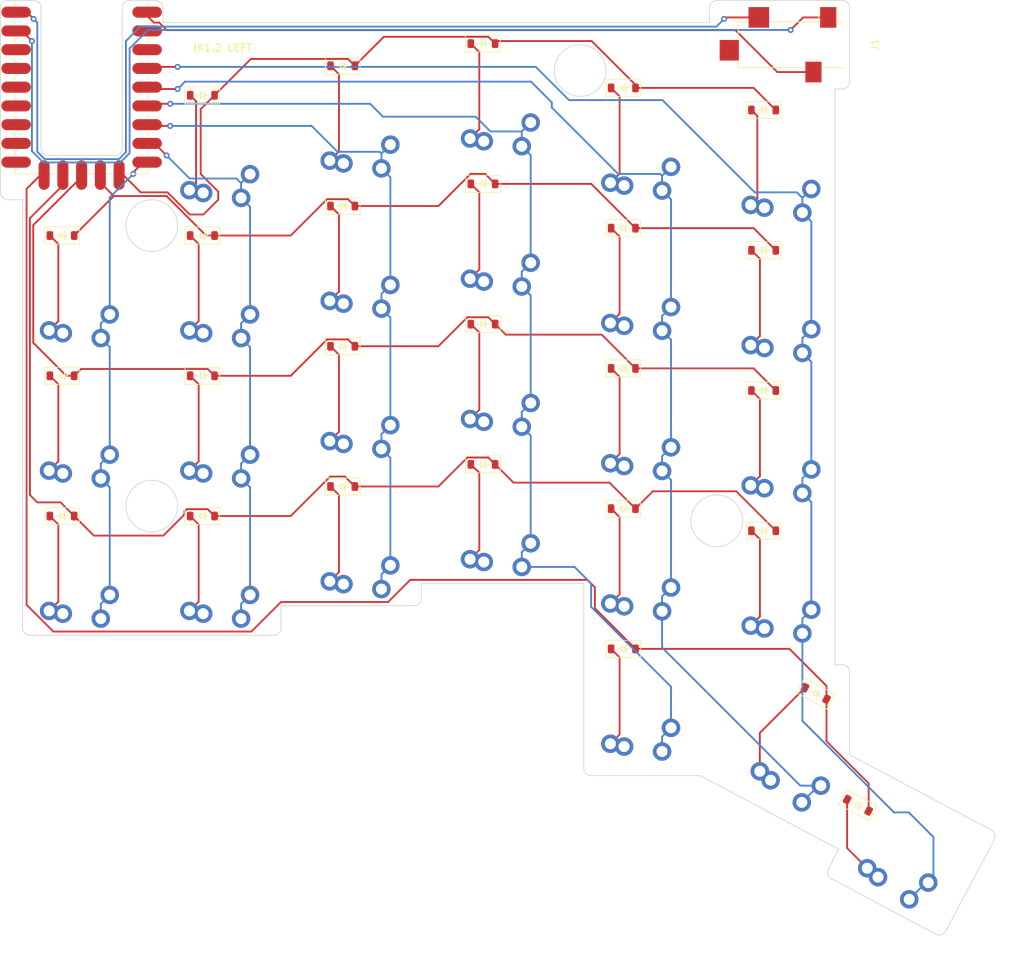
<source format=kicad_pcb>
(kicad_pcb (version 20221018) (generator pcbnew)
  (layers (0 "F.Cu" signal) (31 "B.Cu" signal) (34 "B.Paste" user) (35 "F.Paste" user) (36 "B.SilkS" user "B.Silkscreen") (37 "F.SilkS" user "F.Silkscreen") (38 "B.Mask" user) (39 "F.Mask" user) (44 "Edge.Cuts" user))
  (net 0 "")
  (net 1 "Row 0")
  (net 2 "Net-(DL01-A)")
  (net 3 "Net-(DL02-A)")
  (net 4 "Net-(DL03-A)")
  (net 5 "Net-(DL04-A)")
  (net 6 "Net-(DL05-A)")
  (net 7 "Row 1")
  (net 8 "Net-(DL10-A)")
  (net 9 "Net-(DL11-A)")
  (net 10 "Net-(DL12-A)")
  (net 11 "Net-(DL13-A)")
  (net 12 "Net-(DL14-A)")
  (net 13 "Net-(DL15-A)")
  (net 14 "Row 2")
  (net 15 "Net-(DL20-A)")
  (net 16 "Net-(DL21-A)")
  (net 17 "Net-(DL22-A)")
  (net 18 "Net-(DL23-A)")
  (net 19 "Net-(DL24-A)")
  (net 20 "Net-(DL25-A)")
  (net 21 "Row 3")
  (net 22 "Net-(DL30-A)")
  (net 23 "Net-(DL31-A)")
  (net 24 "Net-(DL32-A)")
  (net 25 "Net-(DL33-A)")
  (net 26 "Net-(DL34-A)")
  (net 27 "Net-(DL35-A)")
  (net 28 "Row 4")
  (net 29 "Net-(DL40-A)")
  (net 30 "Net-(DL44-A)")
  (net 31 "Net-(DL45-A)")
  (net 32 "GP0")
  (net 34 "Col 0")
  (net 35 "Col 1")
  (net 36 "Col 2")
  (net 37 "Col 3")
  (net 38 "Col 4")
  (net 39 "Col 5")
  (net 48 "GND")
  (net 49 "5V")
  (footprint "IansLibrary:Diode_SOD-123" (layer "F.Cu") (at 109.35 88.225 180)
    (fp_text reference "DL34")
    (fp_text value "Diode")
  )
  (footprint "IansLibrary:rp2040-zero-smd-longpads" (layer "F.Cu") (at 36 31.125)
    (fp_text reference "MCUL1" hide)
    (fp_text value "RP2040_Zero" hide)
  )
  (footprint "IansLibrary:gateron-ks27-mx" (layer "F.Cu") (at 131 80.375)
    (fp_text reference "SL25")
    (fp_text value "Keyswitch" hide)
  )
  (footprint "IansLibrary:gateron-ks27-mx" (layer "F.Cu") (at 36 97.375)
    (fp_text reference "SL30")
    (fp_text value "Keyswitch" hide)
  )
  (footprint "IansLibrary:gateron-ks27-mx" (layer "F.Cu") (at 112 58.375)
    (fp_text reference "SL14")
    (fp_text value "Keyswitch" hide)
  )
  (footprint "IansLibrary:gateron-ks27-mx" (layer "F.Cu") (at 93 90.375)
    (fp_text reference "SL33")
    (fp_text value "Keyswitch" hide)
  )
  (footprint "IansLibrary:Diode_SOD-123" (layer "F.Cu") (at 90.35 44.225 180)
    (fp_text reference "DL13")
    (fp_text value "Diode")
  )
  (footprint "IansLibrary:gateron-ks27-mx" (layer "F.Cu") (at 55 78.375)
    (fp_text reference "SL21")
    (fp_text value "Keyswitch" hide)
  )
  (footprint "IansLibrary:gateron-ks27-mx" (layer "F.Cu") (at 112 39.375)
    (fp_text reference "SL04")
    (fp_text value "Keyswitch" hide)
  )
  (footprint "IansLibrary:Diode_SOD-123" (layer "F.Cu") (at 128.35 34.225 180)
    (fp_text reference "DL05")
    (fp_text value "Diode")
  )
  (footprint "IansLibrary:Diode_SOD-123" (layer "F.Cu") (at 128.35 53.225 180)
    (fp_text reference "DL15")
    (fp_text value "Diode")
  )
  (footprint "IansLibrary:Diode_SOD-123" (layer "F.Cu") (at 33.35 70.225 180)
    (fp_text reference "DL20")
    (fp_text value "Diode")
  )
  (footprint "IansLibrary:gateron-ks27-mx" (layer "F.Cu") (at 131 42.375)
    (fp_text reference "SL05")
    (fp_text value "Keyswitch" hide)
  )
  (footprint "IansLibrary:gateron-ks27-mx" (layer "F.Cu") (at 112 77.375)
    (fp_text reference "SL24")
    (fp_text value "Keyswitch" hide)
  )
  (footprint "IansLibrary:Diode_SOD-123" (layer "F.Cu") (at 52.35 70.225 180)
    (fp_text reference "DL21")
    (fp_text value "Diode")
  )
  (footprint "IansLibrary:gateron-ks27-mx" (layer "F.Cu") (at 36 59.375)
    (fp_text reference "SL10")
    (fp_text value "Keyswitch" hide)
  )
  (footprint "IansLibrary:Diode_SOD-123" (layer "F.Cu") (at 109.35 50.225 180)
    (fp_text reference "DL14")
    (fp_text value "Diode")
  )
  (footprint "IansLibrary:gateron-ks27-mx" (layer "F.Cu") (at 133.928022 121.722982 -28)
    (fp_text reference "SL45")
    (fp_text value "Keyswitch" hide)
  )
  (footprint "IansLibrary:Diode_SOD-123" (layer "F.Cu") (at 128.35 72.225 180)
    (fp_text reference "DL25")
    (fp_text value "Diode")
  )
  (footprint "IansLibrary:gateron-ks27-mx" (layer "F.Cu") (at 74 74.375)
    (fp_text reference "SL22")
    (fp_text value "Keyswitch" hide)
  )
  (footprint "IansLibrary:gateron-ks27-mx" (layer "F.Cu") (at 131 99.375)
    (fp_text reference "SL35")
    (fp_text value "Keyswitch" hide)
  )
  (footprint "IansLibrary:gateron-ks27-mx" (layer "F.Cu") (at 112 115.375)
    (fp_text reference "SL44")
    (fp_text value "Keyswitch" hide)
  )
  (footprint "IansLibrary:Diode_SOD-123" (layer "F.Cu") (at 71.35 85.225 180)
    (fp_text reference "DL32")
    (fp_text value "Diode")
  )
  (footprint "IansLibrary:gateron-ks27-mx" (layer "F.Cu") (at 112 96.375)
    (fp_text reference "SL34")
    (fp_text value "Keyswitch" hide)
  )
  (footprint "IansLibrary:gateron-ks27-mx" (layer "F.Cu") (at 55 59.375)
    (fp_text reference "SL11")
    (fp_text value "Keyswitch" hide)
  )
  (footprint "IansLibrary:Diode_SOD-123" (layer "F.Cu") (at 71.35 28.225 180)
    (fp_text reference "DL02")
    (fp_text value "Diode")
  )
  (footprint "IansLibrary:Diode_SOD-123" (layer "F.Cu") (at 90.35 25.225 180)
    (fp_text reference "DL03")
    (fp_text value "Diode")
  )
  (footprint "IansLibrary:Jack_3.5mm_CUI_SJ-3524-SMT_Horizontal" (layer "F.Cu") (at 133.5 25.375 -90)
    (fp_text reference "J1")
    (fp_text value "AudioJack3")
  )
  (footprint "IansLibrary:Diode_SOD-123" (layer "F.Cu") (at 90.35 82.225 180)
    (fp_text reference "DL33")
    (fp_text value "Diode")
  )
  (footprint "IansLibrary:Diode_SOD-123" (layer "F.Cu") (at 109.35 107.225 180)
    (fp_text reference "DL44")
    (fp_text value "Diode")
  )
  (footprint "IansLibrary:gateron-ks27-mx" (layer "F.Cu") (at 36 78.375)
    (fp_text reference "SL20")
    (fp_text value "Keyswitch" hide)
  )
  (footprint "IansLibrary:gateron-ks27-mx" (layer "F.Cu") (at 131 61.375)
    (fp_text reference "SL15")
    (fp_text value "Keyswitch" hide)
  )
  (footprint "IansLibrary:Diode_SOD-123" (layer "F.Cu") (at 135.409412 113.265215 152)
    (fp_text reference "DL45")
    (fp_text value "Diode")
  )
  (footprint "IansLibrary:gateron-ks27-mx" (layer "F.Cu") (at 148.471253 134.856748 -28)
    (fp_text reference "SL40")
    (fp_text value "Keyswitch" hide)
  )
  (footprint "IansLibrary:gateron-ks27-mx" (layer "F.Cu") (at 93 71.375)
    (fp_text reference "SL23")
    (fp_text value "Keyswitch" hide)
  )
  (footprint "IansLibrary:Diode_SOD-123" (layer "F.Cu") (at 71.35 66.225 180)
    (fp_text reference "DL22")
    (fp_text value "Diode")
  )
  (footprint "IansLibrary:Diode_SOD-123" (layer "F.Cu") (at 109.35 69.225 180)
    (fp_text reference "DL24")
    (fp_text value "Diode")
  )
  (footprint "IansLibrary:Diode_SOD-123" (layer "F.Cu") (at 109.35 31.225 180)
    (fp_text reference "DL04")
    (fp_text value "Diode")
  )
  (footprint "IansLibrary:gateron-ks27-mx" (layer "F.Cu") (at 93 52.375)
    (fp_text reference "SL13")
    (fp_text value "Keyswitch" hide)
  )
  (footprint "IansLibrary:gateron-ks27-mx" (layer "F.Cu") (at 55 40.375)
    (fp_text reference "SL01")
    (fp_text value "Keyswitch" hide)
  )
  (footprint "IansLibrary:Diode_SOD-123" (layer "F.Cu") (at 33.35 89.225 180)
    (fp_text reference "DL30")
    (fp_text value "Diode")
  )
  (footprint "IansLibrary:Diode_SOD-123" (layer "F.Cu") (at 52.35 89.225 180)
    (fp_text reference "DL31")
    (fp_text value "Diode")
  )
  (footprint "IansLibrary:gateron-ks27-mx" (layer "F.Cu") (at 74 93.375)
    (fp_text reference "SL32")
    (fp_text value "Keyswitch" hide)
  )
  (footprint "IansLibrary:Diode_SOD-123" (layer "F.Cu") (at 141.117527 128.408632 152)
    (fp_text reference "DL40")
    (fp_text value "Diode")
  )
  (footprint "IansLibrary:Diode_SOD-123" (layer "F.Cu") (at 71.35 47.225 180)
    (fp_text reference "DL12")
    (fp_text value "Diode")
  )
  (footprint "IansLibrary:Diode_SOD-123" (layer "F.Cu") (at 90.35 63.225 180)
    (fp_text reference "DL23")
    (fp_text value "Diode")
  )
  (footprint "IansLibrary:gateron-ks27-mx" (layer "F.Cu") (at 74 55.375)
    (fp_text reference "SL12")
    (fp_text value "Keyswitch" hide)
  )
  (footprint "IansLibrary:gateron-ks27-mx" (layer "F.Cu") (at 55 97.375)
    (fp_text reference "SL31")
    (fp_text value "Keyswitch" hide)
  )
  (footprint "IansLibrary:Diode_SOD-123" (layer "F.Cu") (at 33.35 51.225 180)
    (fp_text reference "DL10")
    (fp_text value "Diode")
  )
  (footprint "IansLibrary:Diode_SOD-123" (layer "F.Cu") (at 128.35 91.225 180)
    (fp_text reference "DL35")
    (fp_text value "Diode")
  )
  (footprint "IansLibrary:gateron-ks27-mx" (layer "F.Cu") (at 74 36.375)
    (fp_text reference "SL02")
    (fp_text value "Keyswitch" hide)
  )
  (footprint "IansLibrary:gateron-ks27-mx" (layer "F.Cu") (at 93 33.375)
    (fp_text reference "SL03")
    (fp_text value "Keyswitch" hide)
  )
  (footprint "IansLibrary:Diode_SOD-123" (layer "F.Cu") (at 52.35 32.225 180)
    (fp_text reference "DL01")
    (fp_text value "Diode")
  )
  (footprint "IansLibrary:Diode_SOD-123" (layer "F.Cu") (at 52.35 51.225 180)
    (fp_text reference "DL11")
    (fp_text value "Diode")
  )
  (gr_line (start 26 46.375) (end 26 46.375) (stroke (width 0.1)) (layer "Edge.Cuts"))
  (gr_line (start 104 123.375) (end 104 98.375) (stroke (width 0.1)) (layer "Edge.Cuts"))
  (gr_line (start 28 46.375) (end 28 47.375) (stroke (width 0.1)) (layer "Edge.Cuts"))
  (gr_arc (start 140 30.375) (mid 139.707107 31.082107) (end 139 31.375) (stroke (width 0.1)) (layer "Edge.Cuts"))
  (gr_circle (center 103.5 28.875) (end 107 28.875) (stroke (width 0.1)) (fill none) (layer "Edge.Cuts"))
  (gr_circle (center 122 89.875) (end 125.5 89.875) (stroke (width 0.1)) (fill none) (layer "Edge.Cuts"))
  (gr_line (start 140 121.575) (end 159.156883 131.755679) (stroke (width 0.1)) (layer "Edge.Cuts"))
  (gr_line (start 159.57061 133.10808) (end 153.009334 145.452026) (stroke (width 0.1)) (layer "Edge.Cuts"))
  (gr_line (start 138 31.375) (end 137.999999 109.375001) (stroke (width 0.1)) (layer "Edge.Cuts"))
  (gr_line (start 138.53 134.375) (end 119.72 124.375) (stroke (width 0.1)) (layer "Edge.Cuts"))
  (gr_arc (start 81.999999 100.374999) (mid 81.707106 101.082106) (end 80.999999 101.374999) (stroke (width 0.1)) (layer "Edge.Cuts"))
  (gr_line (start 121 20.375) (end 121 22.375) (stroke (width 0.1)) (layer "Edge.Cuts"))
  (gr_arc (start 25 20.375) (mid 25.292893 19.667893) (end 26 19.375) (stroke (width 0.1)) (layer "Edge.Cuts"))
  (gr_line (start 61.999999 105.375) (end 29 105.375) (stroke (width 0.1)) (layer "Edge.Cuts"))
  (gr_arc (start 159.156883 131.755679) (mid 159.643837 132.346186) (end 159.57061 133.10808) (stroke (width 0.1)) (layer "Edge.Cuts"))
  (gr_arc (start 41.5 39.375) (mid 41.207107 40.082107) (end 40.5 40.375) (stroke (width 0.1)) (layer "Edge.Cuts"))
  (gr_line (start 31.5 40.375) (end 40.5 40.375) (stroke (width 0.1)) (layer "Edge.Cuts"))
  (gr_arc (start 121 20.375) (mid 121.292893 19.667893) (end 122 19.375) (stroke (width 0.1)) (layer "Edge.Cuts"))
  (gr_arc (start 31.5 40.375) (mid 30.792893 40.082107) (end 30.5 39.375) (stroke (width 0.1)) (layer "Edge.Cuts"))
  (gr_line (start 137.999999 109.375001) (end 138.999999 109.375001) (stroke (width 0.1)) (layer "Edge.Cuts"))
  (gr_line (start 138 31.375) (end 139 31.375) (stroke (width 0.1)) (layer "Edge.Cuts"))
  (gr_line (start 26 19.375) (end 29.5 19.375) (stroke (width 0.1)) (layer "Edge.Cuts"))
  (gr_arc (start 137.542867 138.364232) (mid 137.055958 137.773829) (end 137.129069 137.012047) (stroke (width 0.1)) (layer "Edge.Cuts"))
  (gr_line (start 25 45.375) (end 25 20.375) (stroke (width 0.1)) (layer "Edge.Cuts"))
  (gr_line (start 137.129069 137.012047) (end 138.53 134.375) (stroke (width 0.1)) (layer "Edge.Cuts"))
  (gr_line (start 122 19.375) (end 139 19.374999) (stroke (width 0.1)) (layer "Edge.Cuts"))
  (gr_line (start 42.5 19.375) (end 46 19.375001) (stroke (width 0.1)) (layer "Edge.Cuts"))
  (gr_line (start 26 46.375) (end 28 46.375) (stroke (width 0.1)) (layer "Edge.Cuts"))
  (gr_arc (start 138.999999 109.375001) (mid 139.707106 109.667894) (end 139.999999 110.375001) (stroke (width 0.1)) (layer "Edge.Cuts"))
  (gr_arc (start 45.999999 19.375001) (mid 46.707106 19.667894) (end 46.999999 20.375001) (stroke (width 0.1)) (layer "Edge.Cuts"))
  (gr_arc (start 29 105.375) (mid 28.292893 105.082107) (end 28 104.375) (stroke (width 0.1)) (layer "Edge.Cuts"))
  (gr_line (start 47 22.375) (end 121 22.375) (stroke (width 0.1)) (layer "Edge.Cuts"))
  (gr_line (start 63 101.375) (end 81 101.375) (stroke (width 0.1)) (layer "Edge.Cuts"))
  (gr_line (start 151.657006 145.865701) (end 137.542867 138.364232) (stroke (width 0.1)) (layer "Edge.Cuts"))
  (gr_line (start 82 100.375) (end 82 98.375) (stroke (width 0.1)) (layer "Edge.Cuts"))
  (gr_arc (start 153.009334 145.452026) (mid 152.418842 145.938961) (end 151.657006 145.865701) (stroke (width 0.1)) (layer "Edge.Cuts"))
  (gr_arc (start 62.999999 104.375) (mid 62.707106 105.082107) (end 61.999999 105.375) (stroke (width 0.1)) (layer "Edge.Cuts"))
  (gr_arc (start 29.5 19.375) (mid 30.207107 19.667893) (end 30.5 20.375) (stroke (width 0.1)) (layer "Edge.Cuts"))
  (gr_line (start 47 20.375) (end 47 22.375) (stroke (width 0.1)) (layer "Edge.Cuts"))
  (gr_line (start 119.72 124.375) (end 105 124.375) (stroke (width 0.1)) (layer "Edge.Cuts"))
  (gr_line (start 82 98.375) (end 104 98.375) (stroke (width 0.1)) (layer "Edge.Cuts"))
  (gr_line (start 28 104.375) (end 28 47.375) (stroke (width 0.1)) (layer "Edge.Cuts"))
  (gr_arc (start 41.5 20.375) (mid 41.792893 19.667893) (end 42.5 19.375) (stroke (width 0.1)) (layer "Edge.Cuts"))
  (gr_circle (center 45.5 87.875) (end 49 87.875) (stroke (width 0.1)) (fill none) (layer "Edge.Cuts"))
  (gr_arc (start 139 19.375) (mid 139.707107 19.667893) (end 140 20.375) (stroke (width 0.1)) (layer "Edge.Cuts"))
  (gr_arc (start 26 46.375) (mid 25.292893 46.082107) (end 25 45.375) (stroke (width 0.1)) (layer "Edge.Cuts"))
  (gr_arc (start 105 124.375) (mid 104.292893 124.082107) (end 104 123.375) (stroke (width 0.1)) (layer "Edge.Cuts"))
  (gr_line (start 140 20.375) (end 140 30.375) (stroke (width 0.1)) (layer "Edge.Cuts"))
  (gr_line (start 41.5 39.375) (end 41.5 20.375) (stroke (width 0.1)) (layer "Edge.Cuts"))
  (gr_line (start 63 104.375) (end 63 101.375) (stroke (width 0.1)) (layer "Edge.Cuts"))
  (gr_line (start 139.999999 110.375001) (end 140 121.575) (stroke (width 0.1)) (layer "Edge.Cuts"))
  (gr_circle (center 45.5 49.875) (end 49 49.875) (stroke (width 0.1)) (fill none) (layer "Edge.Cuts"))
  (gr_line (start 30.5 20.375) (end 30.5 39.375) (stroke (width 0.1)) (layer "Edge.Cuts"))
  (gr_text "IK1.2 LEFT" (at 51 26.375) (layer "F.SilkS") (effects (font (size 1 1) (thickness 0.2) bold) (justify left bottom)))
  (segment (start 105.068457 24.875) (end 111 30.806543) (width 0.25) (layer "F.Cu") (net 1))
  (segment (start 111 30.806543) (end 111 31.225) (width 0.25) (layer "F.Cu") (net 1))
  (segment (start 52.125 42.892613) (end 54.5 45.267613) (width 0.25) (layer "F.Cu") (net 1))
  (segment (start 41.16 42.535) (end 41.08 42.535) (width 0.25) (layer "F.Cu") (net 1))
  (segment (start 92 25.225) (end 92.35 24.875) (width 0.25) (layer "F.Cu") (net 1))
  (segment (start 54.5 46.375) (end 52.5 48.375) (width 0.25) (layer "F.Cu") (net 1))
  (segment (start 72.075 27.3) (end 73 28.225) (width 0.25) (layer "F.Cu") (net 1))
  (segment (start 76.925 24.3) (end 91.075 24.3) (width 0.25) (layer "F.Cu") (net 1))
  (segment (start 54 32.225) (end 52.125 34.1) (width 0.25) (layer "F.Cu") (net 1))
  (segment (start 91.075 24.3) (end 92 25.225) (width 0.25) (layer "F.Cu") (net 1))
  (segment (start 92.35 24.875) (end 105.068457 24.875) (width 0.25) (layer "F.Cu") (net 1))
  (segment (start 54 32.225) (end 58.925 27.3) (width 0.25) (layer "F.Cu") (net 1))
  (segment (start 52.125 34.1) (end 52.125 42.892613) (width 0.25) (layer "F.Cu") (net 1))
  (segment (start 52.5 48.375) (end 50.636396 48.375) (width 0.25) (layer "F.Cu") (net 1))
  (segment (start 54.5 45.267613) (end 54.5 46.375) (width 0.25) (layer "F.Cu") (net 1))
  (segment (start 44 45.375) (end 41.16 42.535) (width 0.25) (layer "F.Cu") (net 1))
  (segment (start 127 31.225) (end 130 34.225) (width 0.25) (layer "F.Cu") (net 1))
  (segment (start 47.636396 45.375) (end 44 45.375) (width 0.25) (layer "F.Cu") (net 1))
  (segment (start 58.925 27.3) (end 72.075 27.3) (width 0.25) (layer "F.Cu") (net 1))
  (segment (start 111 31.225) (end 127 31.225) (width 0.25) (layer "F.Cu") (net 1))
  (segment (start 73 28.225) (end 76.925 24.3) (width 0.25) (layer "F.Cu") (net 1))
  (segment (start 50.636396 48.375) (end 47.636396 45.375) (width 0.25) (layer "F.Cu") (net 1))
  (segment (start 51.5 44.175) (end 51.5 33.025) (width 0.25) (layer "F.Cu") (net 2))
  (segment (start 50.6 45.075) (end 51.5 44.175) (width 0.25) (layer "F.Cu") (net 2))
  (segment (start 51.5 33.025) (end 50.7 32.225) (width 0.25) (layer "F.Cu") (net 2))
  (segment (start 69.6 41.075) (end 70.849999 39.825001) (width 0.25) (layer "F.Cu") (net 3))
  (segment (start 70.849999 29.374999) (end 69.7 28.225) (width 0.25) (layer "F.Cu") (net 3))
  (segment (start 70.849999 39.825001) (end 70.849999 29.374999) (width 0.25) (layer "F.Cu") (net 3))
  (segment (start 88.6 38.075) (end 89.849999 36.825001) (width 0.25) (layer "F.Cu") (net 4))
  (segment (start 89.849999 36.825001) (end 89.849999 26.374999) (width 0.25) (layer "F.Cu") (net 4))
  (segment (start 89.849999 26.374999) (end 88.7 25.225) (width 0.25) (layer "F.Cu") (net 4))
  (segment (start 108.849999 32.374999) (end 107.7 31.225) (width 0.25) (layer "F.Cu") (net 5))
  (segment (start 108.849999 42.825001) (end 108.849999 32.374999) (width 0.25) (layer "F.Cu") (net 5))
  (segment (start 107.6 44.075) (end 108.849999 42.825001) (width 0.25) (layer "F.Cu") (net 5))
  (segment (start 127.5 46.175) (end 127.5 35.025) (width 0.25) (layer "F.Cu") (net 6))
  (segment (start 127.5 35.025) (end 126.7 34.225) (width 0.25) (layer "F.Cu") (net 6))
  (segment (start 126.6 47.075) (end 127.5 46.175) (width 0.25) (layer "F.Cu") (net 6))
  (segment (start 88.665948 42.875) (end 90.65 42.875) (width 0.25) (layer "F.Cu") (net 7))
  (segment (start 40.368618 45.875) (end 38.54 44.046382) (width 0.25) (layer "F.Cu") (net 7))
  (segment (start 64.315948 51.225) (end 69.240948 46.3) (width 0.25) (layer "F.Cu") (net 7))
  (segment (start 84.315948 47.225) (end 88.665948 42.875) (width 0.25) (layer "F.Cu") (net 7))
  (segment (start 69.240948 46.3) (end 72.075 46.3) (width 0.25) (layer "F.Cu") (net 7))
  (segment (start 105 44.225) (end 111 50.225) (width 0.25) (layer "F.Cu") (net 7))
  (segment (start 72.075 46.3) (end 73 47.225) (width 0.25) (layer "F.Cu") (net 7))
  (segment (start 92 44.225) (end 105 44.225) (width 0.25) (layer "F.Cu") (net 7))
  (segment (start 40.368618 45.875) (end 47.5 45.875) (width 0.25) (layer "F.Cu") (net 7))
  (segment (start 52.85 51.225) (end 54 51.225) (width 0.25) (layer "F.Cu") (net 7))
  (segment (start 90.65 42.875) (end 92 44.225) (width 0.25) (layer "F.Cu") (net 7))
  (segment (start 47.5 45.875) (end 52.85 51.225) (width 0.25) (layer "F.Cu") (net 7))
  (segment (start 39.981382 46.243618) (end 40 46.243618) (width 0.25) (layer "F.Cu") (net 7))
  (segment (start 35 51.225) (end 39.981382 46.243618) (width 0.25) (layer "F.Cu") (net 7))
  (segment (start 40 46.243618) (end 40.368618 45.875) (width 0.25) (layer "F.Cu") (net 7))
  (segment (start 38.54 44.046382) (end 38.54 42.535) (width 0.25) (layer "F.Cu") (net 7))
  (segment (start 54 51.225) (end 64.315948 51.225) (width 0.25) (layer "F.Cu") (net 7))
  (segment (start 127 50.225) (end 130 53.225) (width 0.25) (layer "F.Cu") (net 7))
  (segment (start 73 47.225) (end 84.315948 47.225) (width 0.25) (layer "F.Cu") (net 7))
  (segment (start 111 50.225) (end 127 50.225) (width 0.25) (layer "F.Cu") (net 7))
  (segment (start 32.849999 52.374999) (end 31.7 51.225) (width 0.25) (layer "F.Cu") (net 8))
  (segment (start 31.6 64.075) (end 32.849999 62.825001) (width 0.25) (layer "F.Cu") (net 8))
  (segment (start 32.849999 62.825001) (end 32.849999 52.374999) (width 0.25) (layer "F.Cu") (net 8))
  (segment (start 51.849999 52.374999) (end 50.7 51.225) (width 0.25) (layer "F.Cu") (net 9))
  (segment (start 50.6 64.075) (end 51.849999 62.825001) (width 0.25) (layer "F.Cu") (net 9))
  (segment (start 51.849999 62.825001) (end 51.849999 52.374999) (width 0.25) (layer "F.Cu") (net 9))
  (segment (start 70.849999 48.374999) (end 69.7 47.225) (width 0.25) (layer "F.Cu") (net 10))
  (segment (start 69.6 60.075) (end 70.849999 58.825001) (width 0.25) (layer "F.Cu") (net 10))
  (segment (start 70.849999 58.825001) (end 70.849999 48.374999) (width 0.25) (layer "F.Cu") (net 10))
  (segment (start 89.849999 55.825001) (end 89.849999 45.374999) (width 0.25) (layer "F.Cu") (net 11))
  (segment (start 88.6 57.075) (end 89.849999 55.825001) (width 0.25) (layer "F.Cu") (net 11))
  (segment (start 89.849999 45.374999) (end 88.7 44.225) (width 0.25) (layer "F.Cu") (net 11))
  (segment (start 108.849999 61.825001) (end 108.849999 51.374999) (width 0.25) (layer "F.Cu") (net 12))
  (segment (start 107.6 63.075) (end 108.849999 61.825001) (width 0.25) (layer "F.Cu") (net 12))
  (segment (start 108.849999 51.374999) (end 107.7 50.225) (width 0.25) (layer "F.Cu") (net 12))
  (segment (start 127.849999 64.825001) (end 127.849999 54.374999) (width 0.25) (layer "F.Cu") (net 13))
  (segment (start 127.849999 54.374999) (end 126.7 53.225) (width 0.25) (layer "F.Cu") (net 13))
  (segment (start 126.6 66.075) (end 127.849999 64.825001) (width 0.25) (layer "F.Cu") (net 13))
  (segment (start 106.425 64.65) (end 111 69.225) (width 0.25) (layer "F.Cu") (net 14))
  (segment (start 91.075 62.3) (end 92 63.225) (width 0.25) (layer "F.Cu") (net 14))
  (segment (start 127 69.225) (end 130 72.225) (width 0.25) (layer "F.Cu") (net 14))
  (segment (start 92 63.225) (end 93.425 64.65) (width 0.25) (layer "F.Cu") (net 14))
  (segment (start 72.075 65.3) (end 73 66.225) (width 0.25) (layer "F.Cu") (net 14))
  (segment (start 88.240948 62.3) (end 91.075 62.3) (width 0.25) (layer "F.Cu") (net 14))
  (segment (start 111 69.225) (end 127 69.225) (width 0.25) (layer "F.Cu") (net 14))
  (segment (start 36 43.275) (end 36 42.535) (width 0.25) (layer "F.Cu") (net 14))
  (segment (start 69.240948 65.3) (end 72.075 65.3) (width 0.25) (layer "F.Cu") (net 14))
  (segment (start 64.315948 70.225) (end 69.240948 65.3) (width 0.25) (layer "F.Cu") (net 14))
  (segment (start 93.425 64.65) (end 106.425 64.65) (width 0.25) (layer "F.Cu") (net 14))
  (segment (start 29.45 49.825) (end 36 43.275) (width 0.25) (layer "F.Cu") (net 14))
  (segment (start 29.45 65.75) (end 29.45 49.825) (width 0.25) (layer "F.Cu") (net 14))
  (segment (start 53.075 69.3) (end 54 70.225) (width 0.25) (layer "F.Cu") (net 14))
  (segment (start 33.925 70.225) (end 29.45 65.75) (width 0.25) (layer "F.Cu") (net 14))
  (segment (start 35.925 69.3) (end 53.075 69.3) (width 0.25) (layer "F.Cu") (net 14))
  (segment (start 35 70.225) (end 35.925 69.3) (width 0.25) (layer "F.Cu") (net 14))
  (segment (start 54 70.225) (end 64.315948 70.225) (width 0.25) (layer "F.Cu") (net 14))
  (segment (start 35 70.225) (end 33.925 70.225) (width 0.25) (layer "F.Cu") (net 14))
  (segment (start 73 66.225) (end 84.315948 66.225) (width 0.25) (layer "F.Cu") (net 14))
  (segment (start 84.315948 66.225) (end 88.240948 62.3) (width 0.25) (layer "F.Cu") (net 14))
  (segment (start 32.849999 71.374999) (end 31.7 70.225) (width 0.25) (layer "F.Cu") (net 15))
  (segment (start 32.849999 81.825001) (end 32.849999 71.374999) (width 0.25) (layer "F.Cu") (net 15))
  (segment (start 31.6 83.075) (end 32.849999 81.825001) (width 0.25) (layer "F.Cu") (net 15))
  (segment (start 51.849999 81.825001) (end 51.849999 71.374999) (width 0.25) (layer "F.Cu") (net 16))
  (segment (start 50.6 83.075) (end 51.849999 81.825001) (width 0.25) (layer "F.Cu") (net 16))
  (segment (start 51.849999 71.374999) (end 50.7 70.225) (width 0.25) (layer "F.Cu") (net 16))
  (segment (start 69.6 79.075) (end 70.849999 77.825001) (width 0.25) (layer "F.Cu") (net 17))
  (segment (start 70.849999 77.825001) (end 70.849999 67.374999) (width 0.25) (layer "F.Cu") (net 17))
  (segment (start 70.849999 67.374999) (end 69.7 66.225) (width 0.25) (layer "F.Cu") (net 17))
  (segment (start 89.849999 74.825001) (end 89.849999 64.374999) (width 0.25) (layer "F.Cu") (net 18))
  (segment (start 88.6 76.075) (end 89.849999 74.825001) (width 0.25) (layer "F.Cu") (net 18))
  (segment (start 89.849999 64.374999) (end 88.7 63.225) (width 0.25) (layer "F.Cu") (net 18))
  (segment (start 108.849999 70.374999) (end 107.7 69.225) (width 0.25) (layer "F.Cu") (net 19))
  (segment (start 108.849999 80.825001) (end 108.849999 70.374999) (width 0.25) (layer "F.Cu") (net 19))
  (segment (start 107.6 82.075) (end 108.849999 80.825001) (width 0.25) (layer "F.Cu") (net 19))
  (segment (start 126.6 85.075) (end 127.849999 83.825001) (width 0.25) (layer "F.Cu") (net 20))
  (segment (start 127.849999 73.374999) (end 126.7 72.225) (width 0.25) (layer "F.Cu") (net 20))
  (segment (start 127.849999 83.825001) (end 127.849999 73.374999) (width 0.25) (layer "F.Cu") (net 20))
  (segment (start 29 86.375) (end 29 48.875) (width 0.25) (layer "F.Cu") (net 21))
  (segment (start 49.925 88.615948) (end 50.240948 88.3) (width 0.25) (layer "F.Cu") (net 21))
  (segment (start 35 89.225) (end 37.65 91.875) (width 0.25) (layer "F.Cu") (net 21))
  (segment (start 113.35 85.875) (end 124.65 85.875) (width 0.25) (layer "F.Cu") (net 21))
  (segment (start 92 82.225) (end 94.475 84.7) (width 0.25) (layer "F.Cu") (net 21))
  (segment (start 64.315948 89.225) (end 69.665948 83.875) (width 0.25) (layer "F.Cu") (net 21))
  (segment (start 50.240948 88.3) (end 53.075 88.3) (width 0.25) (layer "F.Cu") (net 21))
  (segment (start 88.240948 81.3) (end 91.075 81.3) (width 0.25) (layer "F.Cu") (net 21))
  (segment (start 35 89.225) (end 33.15 87.375) (width 0.25) (layer "F.Cu") (net 21))
  (segment (start 29 48.875) (end 33.46 44.415) (width 0.25) (layer "F.Cu") (net 21))
  (segment (start 49.925 89.018457) (end 49.925 88.615948) (width 0.25) (layer "F.Cu") (net 21))
  (segment (start 47.068457 91.875) (end 49.925 89.018457) (width 0.25) (layer "F.Cu") (net 21))
  (segment (start 33.15 87.375) (end 30 87.375) (width 0.25) (layer "F.Cu") (net 21))
  (segment (start 94.475 84.7) (end 107.475 84.7) (width 0.25) (layer "F.Cu") (net 21))
  (segment (start 84.315948 85.225) (end 88.240948 81.3) (width 0.25) (layer "F.Cu") (net 21))
  (segment (start 107.475 84.7) (end 111 88.225) (width 0.25) (layer "F.Cu") (net 21))
  (segment (start 71.65 83.875) (end 73 85.225) (width 0.25) (layer "F.Cu") (net 21))
  (segment (start 124.65 85.875) (end 130 91.225) (width 0.25) (layer "F.Cu") (net 21))
  (segment (start 69.665948 83.875) (end 71.65 83.875) (width 0.25) (layer "F.Cu") (net 21))
  (segment (start 33.46 44.415) (end 33.46 42.535) (width 0.25) (layer "F.Cu") (net 21))
  (segment (start 53.075 88.3) (end 54 89.225) (width 0.25) (layer "F.Cu") (net 21))
  (segment (start 91.075 81.3) (end 92 82.225) (width 0.25) (layer "F.Cu") (net 21))
  (segment (start 54 89.225) (end 64.315948 89.225) (width 0.25) (layer "F.Cu") (net 21))
  (segment (start 37.65 91.875) (end 47.068457 91.875) (width 0.25) (layer "F.Cu") (net 21))
  (segment (start 73 85.225) (end 84.315948 85.225) (width 0.25) (layer "F.Cu") (net 21))
  (segment (start 30 87.375) (end 29 86.375) (width 0.25) (layer "F.Cu") (net 21))
  (segment (start 111 88.225) (end 113.35 85.875) (width 0.25) (layer "F.Cu") (net 21))
  (segment (start 32.849999 100.825001) (end 32.849999 90.374999) (width 0.25) (layer "F.Cu") (net 22))
  (segment (start 32.849999 90.374999) (end 31.7 89.225) (width 0.25) (layer "F.Cu") (net 22))
  (segment (start 31.6 102.075) (end 32.849999 100.825001) (width 0.25) (layer "F.Cu") (net 22))
  (segment (start 51.849999 100.825001) (end 51.849999 90.374999) (width 0.25) (layer "F.Cu") (net 23))
  (segment (start 51.849999 90.374999) (end 50.7 89.225) (width 0.25) (layer "F.Cu") (net 23))
  (segment (start 50.6 102.075) (end 51.849999 100.825001) (width 0.25) (layer "F.Cu") (net 23))
  (segment (start 69.6 98.075) (end 70.849999 96.825001) (width 0.25) (layer "F.Cu") (net 24))
  (segment (start 70.849999 86.374999) (end 69.7 85.225) (width 0.25) (layer "F.Cu") (net 24))
  (segment (start 70.849999 96.825001) (end 70.849999 86.374999) (width 0.25) (layer "F.Cu") (net 24))
  (segment (start 88.6 95.075) (end 89.849999 93.825001) (width 0.25) (layer "F.Cu") (net 25))
  (segment (start 89.849999 83.374999) (end 88.7 82.225) (width 0.25) (layer "F.Cu") (net 25))
  (segment (start 89.849999 93.825001) (end 89.849999 83.374999) (width 0.25) (layer "F.Cu") (net 25))
  (segment (start 107.6 101.075) (end 108.849999 99.825001) (width 0.25) (layer "F.Cu") (net 26))
  (segment (start 108.849999 99.825001) (end 108.849999 89.374999) (width 0.25) (layer "F.Cu") (net 26))
  (segment (start 108.849999 89.374999) (end 107.7 88.225) (width 0.25) (layer "F.Cu") (net 26))
  (segment (start 127.849999 102.825001) (end 127.849999 92.374999) (width 0.25) (layer "F.Cu") (net 27))
  (segment (start 126.6 104.075) (end 127.849999 102.825001) (width 0.25) (layer "F.Cu") (net 27))
  (segment (start 127.849999 92.374999) (end 126.7 91.225) (width 0.25) (layer "F.Cu") (net 27))
  (segment (start 104.5 97.875) (end 80.5 97.875) (width 0.25) (layer "F.Cu") (net 28))
  (segment (start 136.866276 114.039843) (end 136.866276 119.741276) (width 0.25) (layer "F.Cu") (net 28))
  (segment (start 111 107.225) (end 105.5 101.725) (width 0.25) (layer "F.Cu") (net 28))
  (segment (start 28.55 101.252387) (end 28.55 44.905) (width 0.25) (layer "F.Cu") (net 28))
  (segment (start 105.5 98.875) (end 104.5 97.875) (width 0.25) (layer "F.Cu") (net 28))
  (segment (start 77.5 100.875) (end 63 100.875) (width 0.25) (layer "F.Cu") (net 28))
  (segment (start 105.5 101.725) (end 105.5 98.875) (width 0.25) (layer "F.Cu") (net 28))
  (segment (start 28.55 44.905) (end 30.92 42.535) (width 0.25) (layer "F.Cu") (net 28))
  (segment (start 63 100.875) (end 59 104.875) (width 0.25) (layer "F.Cu") (net 28))
  (segment (start 32.172613 104.875) (end 28.55 101.252387) (width 0.25) (layer "F.Cu") (net 28))
  (segment (start 59 104.875) (end 32.172613 104.875) (width 0.25) (layer "F.Cu") (net 28))
  (segment (start 136.866276 119.741276) (end 142.574391 125.449391) (width 0.25) (layer "F.Cu") (net 28))
  (segment (start 131.85 107.225) (end 136.866276 112.241276) (width 0.25) (layer "F.Cu") (net 28))
  (segment (start 142.574391 125.449391) (end 142.574391 129.18326) (width 0.25) (layer "F.Cu") (net 28))
  (segment (start 136.866276 112.241276) (end 136.866276 114.039843) (width 0.25) (layer "F.Cu") (net 28))
  (segment (start 80.5 97.875) (end 77.5 100.875) (width 0.25) (layer "F.Cu") (net 28))
  (segment (start 111 107.225) (end 131.85 107.225) (width 0.25) (layer "F.Cu") (net 28))
  (segment (start 142.379767 136.940927) (end 139.660663 134.221823) (width 0.25) (layer "F.Cu") (net 29))
  (segment (start 139.660663 134.221823) (end 139.660663 127.634004) (width 0.25) (layer "F.Cu") (net 29))
  (segment (start 107.6 120.075) (end 108.849999 118.825001) (width 0.25) (layer "F.Cu") (net 30))
  (segment (start 108.849999 118.825001) (end 108.849999 108.374999) (width 0.25) (layer "F.Cu") (net 30))
  (segment (start 108.849999 108.374999) (end 107.7 107.225) (width 0.25) (layer "F.Cu") (net 30))
  (segment (start 127.836536 123.807161) (end 127.836536 118.606599) (width 0.25) (layer "F.Cu") (net 31))
  (segment (start 127.836536 118.606599) (end 133.952548 112.490587) (width 0.25) (layer "F.Cu") (net 31))
  (segment (start 130.2 29.075) (end 135.1 29.075) (width 0.25) (layer "F.Cu") (net 32))
  (segment (start 47.53528 23.4) (end 124.525 23.4) (width 0.25) (layer "F.Cu") (net 32))
  (segment (start 46.51028 22.375) (end 47.53528 23.4) (width 0.25) (layer "F.Cu") (net 32))
  (segment (start 124.525 23.4) (end 130.2 29.075) (width 0.25) (layer "F.Cu") (net 32))
  (segment (start 44.37 20.965) (end 45.78 22.375) (width 0.25) (layer "F.Cu") (net 32))
  (segment (start 45.78 22.375) (end 46.51028 22.375) (width 0.25) (layer "F.Cu") (net 32))
  (segment (start 43 42.875) (end 43 42.655) (width 0.25) (layer "F.Cu") (net 34))
  (segment (start 43 42.655) (end 44.37 41.285) (width 0.25) (layer "F.Cu") (net 34))
  (via (at 43 42.875) (size 0.8) (drill 0.4) (layers "F.Cu" "B.Cu") (net 34))
  (segment (start 39.81 80.915) (end 39.81 66.335) (width 0.25) (layer "B.Cu") (net 34))
  (segment (start 39.81 85.335) (end 38.6 84.125) (width 0.25) (layer "B.Cu") (net 34))
  (segment (start 38.6 82.125) (end 39.81 80.915) (width 0.25) (layer "B.Cu") (net 34))
  (segment (start 39.81 46.065) (end 43 42.875) (width 0.25) (layer "B.Cu") (net 34))
  (segment (start 38.6 84.125) (end 38.6 82.125) (width 0.25) (layer "B.Cu") (net 34))
  (segment (start 39.81 99.915) (end 39.81 85.335) (width 0.25) (layer "B.Cu") (net 34))
  (segment (start 38.6 65.125) (end 38.6 63.125) (width 0.25) (layer "B.Cu") (net 34))
  (segment (start 38.6 101.125) (end 39.81 99.915) (width 0.25) (layer "B.Cu") (net 34))
  (segment (start 39.81 61.915) (end 39.81 46.065) (width 0.25) (layer "B.Cu") (net 34))
  (segment (start 38.6 103.125) (end 38.6 101.125) (width 0.25) (layer "B.Cu") (net 34))
  (segment (start 38.6 63.125) (end 39.81 61.915) (width 0.25) (layer "B.Cu") (net 34))
  (segment (start 39.81 66.335) (end 38.6 65.125) (width 0.25) (layer "B.Cu") (net 34))
  (segment (start 45.87 38.745) (end 44.37 38.745) (width 0.25) (layer "F.Cu") (net 35))
  (segment (start 47.5 40.375) (end 45.87 38.745) (width 0.25) (layer "F.Cu") (net 35))
  (via (at 47.5 40.375) (size 0.8) (drill 0.4) (layers "F.Cu" "B.Cu") (net 35))
  (segment (start 57.6 44.125) (end 56.975 43.5) (width 0.25) (layer "B.Cu") (net 35))
  (segment (start 57.6 103.125) (end 57.6 101.125) (width 0.25) (layer "B.Cu") (net 35))
  (segment (start 57.6 84.125) (end 57.6 82.125) (width 0.25) (layer "B.Cu") (net 35))
  (segment (start 50.625 43.5) (end 47.5 40.375) (width 0.25) (layer "B.Cu") (net 35))
  (segment (start 58.81 99.915) (end 58.81 85.335) (width 0.25) (layer "B.Cu") (net 35))
  (segment (start 58.81 61.915) (end 58.81 47.335) (width 0.25) (layer "B.Cu") (net 35))
  (segment (start 57.6 101.125) (end 58.81 99.915) (width 0.25) (layer "B.Cu") (net 35))
  (segment (start 57.6 44.125) (end 58.81 42.915) (width 0.25) (layer "B.Cu") (net 35))
  (segment (start 57.6 46.125) (end 57.6 44.125) (width 0.25) (layer "B.Cu") (net 35))
  (segment (start 57.6 65.125) (end 57.6 63.125) (width 0.25) (layer "B.Cu") (net 35))
  (segment (start 56.975 43.5) (end 50.625 43.5) (width 0.25) (layer "B.Cu") (net 35))
  (segment (start 58.81 47.335) (end 57.6 46.125) (width 0.25) (layer "B.Cu") (net 35))
  (segment (start 57.6 82.125) (end 58.81 80.915) (width 0.25) (layer "B.Cu") (net 35))
  (segment (start 58.81 66.335) (end 57.6 65.125) (width 0.25) (layer "B.Cu") (net 35))
  (segment (start 57.6 63.125) (end 58.81 61.915) (width 0.25) (layer "B.Cu") (net 35))
  (segment (start 58.81 80.915) (end 58.81 66.335) (width 0.25) (layer "B.Cu") (net 35))
  (segment (start 58.81 85.335) (end 57.6 84.125) (width 0.25) (layer "B.Cu") (net 35))
  (segment (start 44.54 36.375) (end 44.37 36.205) (width 0.25) (layer "F.Cu") (net 36))
  (segment (start 48 36.375) (end 44.54 36.375) (width 0.25) (layer "F.Cu") (net 36))
  (via (at 48 36.375) (size 0.8) (drill 0.4) (layers "F.Cu" "B.Cu") (net 36))
  (segment (start 76.355 39.88) (end 70.657233 39.88) (width 0.25) (layer "B.Cu") (net 36))
  (segment (start 76.6 61.125) (end 76.6 59.125) (width 0.25) (layer "B.Cu") (net 36))
  (segment (start 76.6 97.125) (end 77.81 95.915) (width 0.25) (layer "B.Cu") (net 36))
  (segment (start 76.6 59.125) (end 77.81 57.915) (width 0.25) (layer "B.Cu") (net 36))
  (segment (start 77.81 81.335) (end 76.6 80.125) (width 0.25) (layer "B.Cu") (net 36))
  (segment (start 76.6 40.125) (end 76.355 39.88) (width 0.25) (layer "B.Cu") (net 36))
  (segment (start 77.81 62.335) (end 76.6 61.125) (width 0.25) (layer "B.Cu") (net 36))
  (segment (start 76.6 40.125) (end 77.81 38.915) (width 0.25) (layer "B.Cu") (net 36))
  (segment (start 76.6 78.125) (end 77.81 76.915) (width 0.25) (layer "B.Cu") (net 36))
  (segment (start 77.81 43.335) (end 76.6 42.125) (width 0.25) (layer "B.Cu") (net 36))
  (segment (start 70.657233 39.88) (end 67.152233 36.375) (width 0.25) (layer "B.Cu") (net 36))
  (segment (start 67.152233 36.375) (end 48 36.375) (width 0.25) (layer "B.Cu") (net 36))
  (segment (start 77.81 57.915) (end 77.81 43.335) (width 0.25) (layer "B.Cu") (net 36))
  (segment (start 76.6 42.125) (end 76.6 40.125) (width 0.25) (layer "B.Cu") (net 36))
  (segment (start 76.6 99.125) (end 76.6 97.125) (width 0.25) (layer "B.Cu") (net 36))
  (segment (start 77.81 76.915) (end 77.81 62.335) (width 0.25) (layer "B.Cu") (net 36))
  (segment (start 76.6 80.125) (end 76.6 78.125) (width 0.25) (layer "B.Cu") (net 36))
  (segment (start 77.81 95.915) (end 77.81 81.335) (width 0.25) (layer "B.Cu") (net 36))
  (segment (start 48 33.375) (end 44.66 33.375) (width 0.25) (layer "F.Cu") (net 37))
  (segment (start 44.66 33.375) (end 44.37 33.665) (width 0.25) (layer "F.Cu") (net 37))
  (via (at 48 33.375) (size 0.8) (drill 0.4) (layers "F.Cu" "B.Cu") (net 37))
  (segment (start 114.6 121.125) (end 114.6 119.125) (width 0.25) (layer "B.Cu") (net 37))
  (segment (start 75.065864 33.375) (end 48 33.375) (width 0.25) (layer "B.Cu") (net 37))
  (segment (start 114.6 119.125) (end 115.81 117.915) (width 0.25) (layer "B.Cu") (net 37))
  (segment (start 96.81 78.335) (end 95.6 77.125) (width 0.25) (layer "B.Cu") (net 37))
  (segment (start 91.357387 37.125) (end 89.357387 35.125) (width 0.25) (layer "B.Cu") (net 37))
  (segment (start 95.6 94.125) (end 96.81 92.915) (width 0.25) (layer "B.Cu") (net 37))
  (segment (start 96.81 40.335) (end 95.6 39.125) (width 0.25) (layer "B.Cu") (net 37))
  (segment (start 95.6 37.125) (end 96.81 35.915) (width 0.25) (layer "B.Cu") (net 37))
  (segment (start 115.81 117.915) (end 115.81 112.348694) (width 0.25) (layer "B.Cu") (net 37))
  (segment (start 89.357387 35.125) (end 76.815864 35.125) (width 0.25) (layer "B.Cu") (net 37))
  (segment (start 95.6 37.125) (end 91.357387 37.125) (width 0.25) (layer "B.Cu") (net 37))
  (segment (start 95.6 58.125) (end 95.6 56.125) (width 0.25) (layer "B.Cu") (net 37))
  (segment (start 95.6 77.125) (end 95.6 75.125) (width 0.25) (layer "B.Cu") (net 37))
  (segment (start 96.81 73.915) (end 96.81 59.335) (width 0.25) (layer "B.Cu") (net 37))
  (segment (start 76.815864 35.125) (end 75.065864 33.375) (width 0.25) (layer "B.Cu") (net 37))
  (segment (start 95.6 96.125) (end 95.6 94.125) (width 0.25) (layer "B.Cu") (net 37))
  (segment (start 96.81 54.915) (end 96.81 40.335) (width 0.25) (layer "B.Cu") (net 37))
  (segment (start 105 98.375) (end 102.75 96.125) (width 0.25) (layer "B.Cu") (net 37))
  (segment (start 115.81 112.348694) (end 105 101.538694) (width 0.25) (layer "B.Cu") (net 37))
  (segment (start 95.6 56.125) (end 96.81 54.915) (width 0.25) (layer "B.Cu") (net 37))
  (segment (start 95.6 39.125) (end 95.6 37.125) (width 0.25) (layer "B.Cu") (net 37))
  (segment (start 95.6 75.125) (end 96.81 73.915) (width 0.25) (layer "B.Cu") (net 37))
  (segment (start 102.75 96.125) (end 95.6 96.125) (width 0.25) (layer "B.Cu") (net 37))
  (segment (start 96.81 92.915) (end 96.81 78.335) (width 0.25) (layer "B.Cu") (net 37))
  (segment (start 105 101.538694) (end 105 98.375) (width 0.25) (layer "B.Cu") (net 37))
  (segment (start 96.81 59.335) (end 95.6 58.125) (width 0.25) (layer "B.Cu") (net 37))
  (segment (start 44.62 31.375) (end 44.37 31.125) (width 0.25) (layer "F.Cu") (net 38))
  (segment (start 49 31.375) (end 44.62 31.375) (width 0.25) (layer "F.Cu") (net 38))
  (via (at 49 31.375) (size 0.8) (drill 0.4) (layers "F.Cu" "B.Cu") (net 38))
  (segment (start 115.81 79.915) (end 115.81 65.335) (width 0.25) (layer "B.Cu") (net 38))
  (segment (start 114.6 62.125) (end 115.81 60.915) (width 0.25) (layer "B.Cu") (net 38))
  (segment (start 114.6 100.125) (end 115.81 98.915) (width 0.25) (layer "B.Cu") (net 38))
  (segment (start 114.6 45.125) (end 114.6 43.125) (width 0.25) (layer "B.Cu") (net 38))
  (segment (start 114.6 64.125) (end 114.6 62.125) (width 0.25) (layer "B.Cu") (net 38))
  (segment (start 135.790425 125.754356) (end 136.099595 125.754356) (width 0.25) (layer "B.Cu") (net 38))
  (segment (start 115.81 98.915) (end 115.81 84.335) (width 0.25) (layer "B.Cu") (net 38))
  (segment (start 115.81 60.915) (end 115.81 46.335) (width 0.25) (layer "B.Cu") (net 38))
  (segment (start 114.355 42.88) (end 108.657233 42.88) (width 0.25) (layer "B.Cu") (net 38))
  (segment (start 114.6 102.125) (end 114.6 100.125) (width 0.25) (layer "B.Cu") (net 38))
  (segment (start 114.6 83.125) (end 114.6 81.125) (width 0.25) (layer "B.Cu") (net 38))
  (segment (start 115.81 46.335) (end 114.6 45.125) (width 0.25) (layer "B.Cu") (net 38))
  (segment (start 114.6 107.031546) (end 114.6 102.125) (width 0.25) (layer "B.Cu") (net 38))
  (segment (start 114.6 43.125) (end 115.81 41.915) (width 0.25) (layer "B.Cu") (net 38))
  (segment (start 115.81 84.335) (end 114.6 83.125) (width 0.25) (layer "B.Cu") (net 38))
  (segment (start 114.6 43.125) (end 114.355 42.88) (width 0.25) (layer "B.Cu") (net 38))
  (segment (start 133.524224 128.020557) (end 135.790425 125.754356) (width 0.25) (layer "B.Cu") (net 38))
  (segment (start 136.099595 125.754356) (end 133.32281 125.754356) (width 0.25) (layer "B.Cu") (net 38))
  (segment (start 96.847767 30.375) (end 50 30.375) (width 0.25) (layer "B.Cu") (net 38))
  (segment (start 99.67 33.197233) (end 96.847767 30.375) (width 0.25) (layer "B.Cu") (net 38))
  (segment (start 50 30.375) (end 49 31.375) (width 0.25) (layer "B.Cu") (net 38))
  (segment (start 115.81 65.335) (end 114.6 64.125) (width 0.25) (layer "B.Cu") (net 38))
  (segment (start 114.6 81.125) (end 115.81 79.915) (width 0.25) (layer "B.Cu") (net 38))
  (segment (start 133.32281 125.754356) (end 114.6 107.031546) (width 0.25) (layer "B.Cu") (net 38))
  (segment (start 108.657233 42.88) (end 99.67 33.892767) (width 0.25) (layer "B.Cu") (net 38))
  (segment (start 99.67 33.892767) (end 99.67 33.197233) (width 0.25) (layer "B.Cu") (net 38))
  (segment (start 49 28.375) (end 44.58 28.375) (width 0.25) (layer "F.Cu") (net 39))
  (segment (start 44.58 28.375) (end 44.37 28.585) (width 0.25) (layer "F.Cu") (net 39))
  (via (at 49 28.375) (size 0.8) (drill 0.4) (layers "F.Cu" "B.Cu") (net 39))
  (segment (start 151.346253 132.721253) (end 148 129.375) (width 0.25) (layer "B.Cu") (net 39))
  (segment (start 133.6 105.125) (end 133.6 103.125) (width 0.25) (layer "B.Cu") (net 39))
  (segment (start 151.346253 138.184695) (end 151.346253 132.721253) (width 0.25) (layer "B.Cu") (net 39))
  (segment (start 134.81 82.915) (end 134.81 68.335) (width 0.25) (layer "B.Cu") (net 39))
  (segment (start 148.067455 141.154323) (end 150.333656 138.888122) (width 0.25) (layer "B.Cu") (net 39))
  (segment (start 133.6 48.125) (end 133.6 46.125) (width 0.25) (layer "B.Cu") (net 39))
  (segment (start 133.6 67.125) (end 133.6 65.125) (width 0.25) (layer "B.Cu") (net 39))
  (segment (start 146 129.375) (end 133.6 116.975) (width 0.25) (layer "B.Cu") (net 39))
  (segment (start 133.6 86.125) (end 133.6 84.125) (width 0.25) (layer "B.Cu") (net 39))
  (segment (start 150.642826 138.888122) (end 151.346253 138.184695) (width 0.25) (layer "B.Cu") (net 39))
  (segment (start 134.81 68.335) (end 133.6 67.125) (width 0.25) (layer "B.Cu") (net 39))
  (segment (start 133.6 116.975) (end 133.6 105.125) (width 0.25) (layer "B.Cu") (net 39))
  (segment (start 97.5 28.375) (end 49 28.375) (width 0.25) (layer "B.Cu") (net 39))
  (segment (start 148 129.375) (end 146 129.375) (width 0.25) (layer "B.Cu") (net 39))
  (segment (start 132.85 45.375) (end 127.152233 45.375) (width 0.25) (layer "B.Cu") (net 39))
  (segment (start 133.6 46.125) (end 132.85 45.375) (width 0.25) (layer "B.Cu") (net 39))
  (segment (start 127.152233 45.375) (end 114.652233 32.875) (width 0.25) (layer "B.Cu") (net 39))
  (segment (start 134.81 63.915) (end 134.81 49.335) (width 0.25) (layer "B.Cu") (net 39))
  (segment (start 133.6 65.125) (end 134.81 63.915) (width 0.25) (layer "B.Cu") (net 39))
  (segment (start 150.333656 138.888122) (end 150.642826 138.888122) (width 0.25) (layer "B.Cu") (net 39))
  (segment (start 102 32.875) (end 97.5 28.375) (width 0.25) (layer "B.Cu") (net 39))
  (segment (start 134.81 101.915) (end 134.81 87.335) (width 0.25) (layer "B.Cu") (net 39))
  (segment (start 133.6 84.125) (end 134.81 82.915) (width 0.25) (layer "B.Cu") (net 39))
  (segment (start 134.81 87.335) (end 133.6 86.125) (width 0.25) (layer "B.Cu") (net 39))
  (segment (start 133.6 103.125) (end 134.81 101.915) (width 0.25) (layer "B.Cu") (net 39))
  (segment (start 133.6 46.125) (end 134.81 44.915) (width 0.25) (layer "B.Cu") (net 39))
  (segment (start 114.652233 32.875) (end 102 32.875) (width 0.25) (layer "B.Cu") (net 39))
  (segment (start 134.81 49.335) (end 133.6 48.125) (width 0.25) (layer "B.Cu") (net 39))
  (segment (start 27.63 23.505) (end 27.9055 23.505) (width 0.25) (layer "F.Cu") (net 48))
  (segment (start 27.9055 23.505) (end 29.2755 24.875) (width 0.25) (layer "F.Cu") (net 48))
  (segment (start 133.7 21.675) (end 137.1 21.675) (width 0.25) (layer "F.Cu") (net 48))
  (segment (start 132 23.375) (end 133.7 21.675) (width 0.25) (layer "F.Cu") (net 48))
  (via (at 29.2755 24.875) (size 0.8) (drill 0.4) (layers "F.Cu" "B.Cu") (net 48))
  (via (at 132 23.375) (size 0.8) (drill 0.4) (layers "F.Cu" "B.Cu") (net 48))
  (segment (start 45 23.375) (end 42.5 25.875) (width 0.25) (layer "B.Cu") (net 48))
  (segment (start 42.5 25.875) (end 42.5 40.058725) (width 0.25) (layer "B.Cu") (net 48))
  (segment (start 42.5 40.058725) (end 41.233725 41.325) (width 0.25) (layer "B.Cu") (net 48))
  (segment (start 30.813604 41.325) (end 29.2755 39.786896) (width 0.25) (layer "B.Cu") (net 48))
  (segment (start 132 23.375) (end 45 23.375) (width 0.25) (layer "B.Cu") (net 48))
  (segment (start 41.233725 41.325) (end 30.813604 41.325) (width 0.25) (layer "B.Cu") (net 48))
  (segment (start 29.2755 39.786896) (end 29.2755 24.875) (width 0.25) (layer "B.Cu") (net 48))
  (segment (start 27.63 20.965) (end 28.59 20.965) (width 0.25) (layer "F.Cu") (net 49))
  (segment (start 123.2 21.675) (end 127.7 21.675) (width 0.25) (layer "F.Cu") (net 49))
  (segment (start 28.59 20.965) (end 29.5 21.875) (width 0.25) (layer "F.Cu") (net 49))
  (segment (start 123 21.875) (end 123.2 21.675) (width 0.25) (layer "F.Cu") (net 49))
  (via (at 29.5 21.875) (size 0.8) (drill 0.4) (layers "F.Cu" "B.Cu") (net 49))
  (via (at 123 21.875) (size 0.8) (drill 0.4) (layers "F.Cu" "B.Cu") (net 49))
  (segment (start 30 39.875) (end 30 22.375) (width 0.25) (layer "B.Cu") (net 49))
  (segment (start 42 24.875) (end 42 39.922329) (width 0.25) (layer "B.Cu") (net 49))
  (segment (start 43.95 22.925) (end 42 24.875) (width 0.25) (layer "B.Cu") (net 49))
  (segment (start 31 40.875) (end 30 39.875) (width 0.25) (layer "B.Cu") (net 49))
  (segment (start 41.047329 40.875) (end 31 40.875) (width 0.25) (layer "B.Cu") (net 49))
  (segment (start 121.95 22.925) (end 43.95 22.925) (width 0.25) (layer "B.Cu") (net 49))
  (segment (start 123 21.875) (end 121.95 22.925) (width 0.25) (layer "B.Cu") (net 49))
  (segment (start 42 39.922329) (end 41.047329 40.875) (width 0.25) (layer "B.Cu") (net 49))
  (segment (start 30 22.375) (end 29.5 21.875) (width 0.25) (layer "B.Cu") (net 49))
)
</source>
